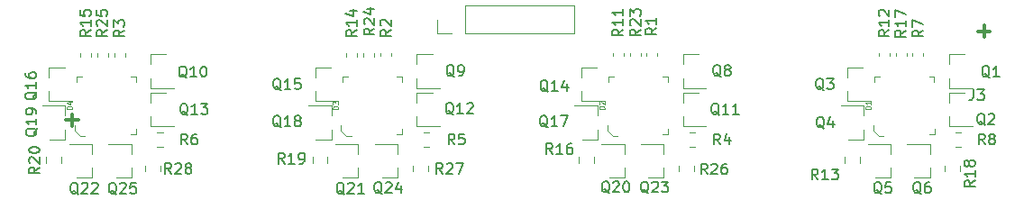
<source format=gbr>
G04 #@! TF.GenerationSoftware,KiCad,Pcbnew,(5.1.2)-2*
G04 #@! TF.CreationDate,2020-02-18T23:36:01-05:00*
G04 #@! TF.ProjectId,_autosave-AddressableLED,5f617574-6f73-4617-9665-2d4164647265,rev?*
G04 #@! TF.SameCoordinates,Original*
G04 #@! TF.FileFunction,Legend,Top*
G04 #@! TF.FilePolarity,Positive*
%FSLAX46Y46*%
G04 Gerber Fmt 4.6, Leading zero omitted, Abs format (unit mm)*
G04 Created by KiCad (PCBNEW (5.1.2)-2) date 2020-02-18 23:36:01*
%MOMM*%
%LPD*%
G04 APERTURE LIST*
%ADD10C,0.300000*%
%ADD11C,0.120000*%
%ADD12C,0.150000*%
%ADD13C,0.100000*%
G04 APERTURE END LIST*
D10*
X98717171Y-111359142D02*
X99860028Y-111359142D01*
X99288600Y-111930571D02*
X99288600Y-110787714D01*
X184378571Y-103007142D02*
X185521428Y-103007142D01*
X184950000Y-103578571D02*
X184950000Y-102435714D01*
D11*
X175080000Y-112820000D02*
X175520000Y-112820000D01*
X174580000Y-112320000D02*
X174580000Y-111880000D01*
X174580000Y-112320000D02*
X175080000Y-112820000D01*
X180300000Y-112700000D02*
X179800000Y-112700000D01*
X180300000Y-112700000D02*
X180300000Y-112200000D01*
X180290000Y-107290000D02*
X180290000Y-107790000D01*
X180290000Y-107290000D02*
X179790000Y-107290000D01*
X174700000Y-107300000D02*
X175200000Y-107300000D01*
X174700000Y-107300000D02*
X174700000Y-107800000D01*
X150080000Y-112820000D02*
X150520000Y-112820000D01*
X149580000Y-112320000D02*
X149580000Y-111880000D01*
X149580000Y-112320000D02*
X150080000Y-112820000D01*
X155300000Y-112700000D02*
X154800000Y-112700000D01*
X155300000Y-112700000D02*
X155300000Y-112200000D01*
X155290000Y-107290000D02*
X155290000Y-107790000D01*
X155290000Y-107290000D02*
X154790000Y-107290000D01*
X149700000Y-107300000D02*
X150200000Y-107300000D01*
X149700000Y-107300000D02*
X149700000Y-107800000D01*
X125080000Y-112820000D02*
X125520000Y-112820000D01*
X124580000Y-112320000D02*
X124580000Y-111880000D01*
X124580000Y-112320000D02*
X125080000Y-112820000D01*
X130300000Y-112700000D02*
X129800000Y-112700000D01*
X130300000Y-112700000D02*
X130300000Y-112200000D01*
X130290000Y-107290000D02*
X130290000Y-107790000D01*
X130290000Y-107290000D02*
X129790000Y-107290000D01*
X124700000Y-107300000D02*
X125200000Y-107300000D01*
X124700000Y-107300000D02*
X124700000Y-107800000D01*
X100080000Y-112820000D02*
X100520000Y-112820000D01*
X99580000Y-112320000D02*
X99580000Y-111880000D01*
X99580000Y-112320000D02*
X100080000Y-112820000D01*
X105300000Y-112700000D02*
X104800000Y-112700000D01*
X105300000Y-112700000D02*
X105300000Y-112200000D01*
X105290000Y-107290000D02*
X105290000Y-107790000D01*
X105290000Y-107290000D02*
X104790000Y-107290000D01*
X99700000Y-107300000D02*
X100200000Y-107300000D01*
X99700000Y-107300000D02*
X99700000Y-107800000D01*
X133620000Y-103230000D02*
X133620000Y-101900000D01*
X134950000Y-103230000D02*
X133620000Y-103230000D01*
X136220000Y-103230000D02*
X136220000Y-100570000D01*
X136220000Y-100570000D02*
X146440000Y-100570000D01*
X136220000Y-103230000D02*
X146440000Y-103230000D01*
X146440000Y-103230000D02*
X146440000Y-100570000D01*
X172140000Y-106420000D02*
X173600000Y-106420000D01*
X172140000Y-109580000D02*
X174300000Y-109580000D01*
X172140000Y-109580000D02*
X172140000Y-108650000D01*
X172140000Y-106420000D02*
X172140000Y-107350000D01*
X182710000Y-116158578D02*
X182710000Y-115641422D01*
X181290000Y-116158578D02*
X181290000Y-115641422D01*
X176679100Y-105037221D02*
X176679100Y-105362779D01*
X177699100Y-105037221D02*
X177699100Y-105362779D01*
X171890000Y-114841422D02*
X171890000Y-115358578D01*
X173310000Y-114841422D02*
X173310000Y-115358578D01*
X175066200Y-105037221D02*
X175066200Y-105362779D01*
X176086200Y-105037221D02*
X176086200Y-105362779D01*
X182817178Y-112490000D02*
X182300022Y-112490000D01*
X182817178Y-113910000D02*
X182300022Y-113910000D01*
X178253900Y-105037221D02*
X178253900Y-105362779D01*
X179273900Y-105037221D02*
X179273900Y-105362779D01*
X179882800Y-116764500D02*
X178422800Y-116764500D01*
X179882800Y-113604500D02*
X177722800Y-113604500D01*
X179882800Y-113604500D02*
X179882800Y-114534500D01*
X179882800Y-116764500D02*
X179882800Y-115834500D01*
X176187100Y-116764500D02*
X174727100Y-116764500D01*
X176187100Y-113604500D02*
X174027100Y-113604500D01*
X176187100Y-113604500D02*
X176187100Y-114534500D01*
X176187100Y-116764500D02*
X176187100Y-115834500D01*
X173660000Y-113180000D02*
X172200000Y-113180000D01*
X173660000Y-110020000D02*
X171500000Y-110020000D01*
X173660000Y-110020000D02*
X173660000Y-110950000D01*
X173660000Y-113180000D02*
X173660000Y-112250000D01*
X181688600Y-108772000D02*
X183148600Y-108772000D01*
X181688600Y-111932000D02*
X183848600Y-111932000D01*
X181688600Y-111932000D02*
X181688600Y-111002000D01*
X181688600Y-108772000D02*
X181688600Y-109702000D01*
X181688600Y-105190600D02*
X183148600Y-105190600D01*
X181688600Y-108350600D02*
X183848600Y-108350600D01*
X181688600Y-108350600D02*
X181688600Y-107420600D01*
X181688600Y-105190600D02*
X181688600Y-106120600D01*
X107610000Y-116158578D02*
X107610000Y-115641422D01*
X106190000Y-116158578D02*
X106190000Y-115641422D01*
X132710000Y-116158578D02*
X132710000Y-115641422D01*
X131290000Y-116158578D02*
X131290000Y-115641422D01*
X157710000Y-116158578D02*
X157710000Y-115641422D01*
X156290000Y-116158578D02*
X156290000Y-115641422D01*
X101679100Y-105044021D02*
X101679100Y-105369579D01*
X102699100Y-105044021D02*
X102699100Y-105369579D01*
X126679100Y-105044021D02*
X126679100Y-105369579D01*
X127699100Y-105044021D02*
X127699100Y-105369579D01*
X151679100Y-105037221D02*
X151679100Y-105362779D01*
X152699100Y-105037221D02*
X152699100Y-105362779D01*
X96890000Y-114841422D02*
X96890000Y-115358578D01*
X98310000Y-114841422D02*
X98310000Y-115358578D01*
X121890000Y-114841422D02*
X121890000Y-115358578D01*
X123310000Y-114841422D02*
X123310000Y-115358578D01*
X146890000Y-114841422D02*
X146890000Y-115358578D01*
X148310000Y-114841422D02*
X148310000Y-115358578D01*
X100066200Y-105044021D02*
X100066200Y-105369579D01*
X101086200Y-105044021D02*
X101086200Y-105369579D01*
X125066200Y-105044021D02*
X125066200Y-105369579D01*
X126086200Y-105044021D02*
X126086200Y-105369579D01*
X150066200Y-105037221D02*
X150066200Y-105362779D01*
X151086200Y-105037221D02*
X151086200Y-105362779D01*
X107817178Y-112490000D02*
X107300022Y-112490000D01*
X107817178Y-113910000D02*
X107300022Y-113910000D01*
X132817178Y-112490000D02*
X132300022Y-112490000D01*
X132817178Y-113910000D02*
X132300022Y-113910000D01*
X157817178Y-112490000D02*
X157300022Y-112490000D01*
X157817178Y-113910000D02*
X157300022Y-113910000D01*
X103253900Y-105044021D02*
X103253900Y-105369579D01*
X104273900Y-105044021D02*
X104273900Y-105369579D01*
X128253900Y-105037221D02*
X128253900Y-105362779D01*
X129273900Y-105037221D02*
X129273900Y-105362779D01*
X153253900Y-105037221D02*
X153253900Y-105362779D01*
X154273900Y-105037221D02*
X154273900Y-105362779D01*
X104882800Y-116764500D02*
X103422800Y-116764500D01*
X104882800Y-113604500D02*
X102722800Y-113604500D01*
X104882800Y-113604500D02*
X104882800Y-114534500D01*
X104882800Y-116764500D02*
X104882800Y-115834500D01*
X129882800Y-116764500D02*
X128422800Y-116764500D01*
X129882800Y-113604500D02*
X127722800Y-113604500D01*
X129882800Y-113604500D02*
X129882800Y-114534500D01*
X129882800Y-116764500D02*
X129882800Y-115834500D01*
X154882800Y-116764500D02*
X153422800Y-116764500D01*
X154882800Y-113604500D02*
X152722800Y-113604500D01*
X154882800Y-113604500D02*
X154882800Y-114534500D01*
X154882800Y-116764500D02*
X154882800Y-115834500D01*
X101187100Y-116764500D02*
X99727100Y-116764500D01*
X101187100Y-113604500D02*
X99027100Y-113604500D01*
X101187100Y-113604500D02*
X101187100Y-114534500D01*
X101187100Y-116764500D02*
X101187100Y-115834500D01*
X126187100Y-116764500D02*
X124727100Y-116764500D01*
X126187100Y-113604500D02*
X124027100Y-113604500D01*
X126187100Y-113604500D02*
X126187100Y-114534500D01*
X126187100Y-116764500D02*
X126187100Y-115834500D01*
X151187100Y-116764500D02*
X149727100Y-116764500D01*
X151187100Y-113604500D02*
X149027100Y-113604500D01*
X151187100Y-113604500D02*
X151187100Y-114534500D01*
X151187100Y-116764500D02*
X151187100Y-115834500D01*
X98660000Y-113180000D02*
X97200000Y-113180000D01*
X98660000Y-110020000D02*
X96500000Y-110020000D01*
X98660000Y-110020000D02*
X98660000Y-110950000D01*
X98660000Y-113180000D02*
X98660000Y-112250000D01*
X123660000Y-113180000D02*
X122200000Y-113180000D01*
X123660000Y-110020000D02*
X121500000Y-110020000D01*
X123660000Y-110020000D02*
X123660000Y-110950000D01*
X123660000Y-113180000D02*
X123660000Y-112250000D01*
X148660000Y-113180000D02*
X147200000Y-113180000D01*
X148660000Y-110020000D02*
X146500000Y-110020000D01*
X148660000Y-110020000D02*
X148660000Y-110950000D01*
X148660000Y-113180000D02*
X148660000Y-112250000D01*
X97140000Y-106420000D02*
X98600000Y-106420000D01*
X97140000Y-109580000D02*
X99300000Y-109580000D01*
X97140000Y-109580000D02*
X97140000Y-108650000D01*
X97140000Y-106420000D02*
X97140000Y-107350000D01*
X122140000Y-106420000D02*
X123600000Y-106420000D01*
X122140000Y-109580000D02*
X124300000Y-109580000D01*
X122140000Y-109580000D02*
X122140000Y-108650000D01*
X122140000Y-106420000D02*
X122140000Y-107350000D01*
X147140000Y-106420000D02*
X148600000Y-106420000D01*
X147140000Y-109580000D02*
X149300000Y-109580000D01*
X147140000Y-109580000D02*
X147140000Y-108650000D01*
X147140000Y-106420000D02*
X147140000Y-107350000D01*
X106688600Y-108772000D02*
X108148600Y-108772000D01*
X106688600Y-111932000D02*
X108848600Y-111932000D01*
X106688600Y-111932000D02*
X106688600Y-111002000D01*
X106688600Y-108772000D02*
X106688600Y-109702000D01*
X131688600Y-108772000D02*
X133148600Y-108772000D01*
X131688600Y-111932000D02*
X133848600Y-111932000D01*
X131688600Y-111932000D02*
X131688600Y-111002000D01*
X131688600Y-108772000D02*
X131688600Y-109702000D01*
X156688600Y-108772000D02*
X158148600Y-108772000D01*
X156688600Y-111932000D02*
X158848600Y-111932000D01*
X156688600Y-111932000D02*
X156688600Y-111002000D01*
X156688600Y-108772000D02*
X156688600Y-109702000D01*
X106688600Y-105190600D02*
X108148600Y-105190600D01*
X106688600Y-108350600D02*
X108848600Y-108350600D01*
X106688600Y-108350600D02*
X106688600Y-107420600D01*
X106688600Y-105190600D02*
X106688600Y-106120600D01*
X131688600Y-105190600D02*
X133148600Y-105190600D01*
X131688600Y-108350600D02*
X133848600Y-108350600D01*
X131688600Y-108350600D02*
X131688600Y-107420600D01*
X131688600Y-105190600D02*
X131688600Y-106120600D01*
X156688600Y-105190600D02*
X158148600Y-105190600D01*
X156688600Y-108350600D02*
X158848600Y-108350600D01*
X156688600Y-108350600D02*
X156688600Y-107420600D01*
X156688600Y-105190600D02*
X156688600Y-106120600D01*
D12*
X183966666Y-108482380D02*
X183966666Y-109196666D01*
X183919047Y-109339523D01*
X183823809Y-109434761D01*
X183680952Y-109482380D01*
X183585714Y-109482380D01*
X184347619Y-108482380D02*
X184966666Y-108482380D01*
X184633333Y-108863333D01*
X184776190Y-108863333D01*
X184871428Y-108910952D01*
X184919047Y-108958571D01*
X184966666Y-109053809D01*
X184966666Y-109291904D01*
X184919047Y-109387142D01*
X184871428Y-109434761D01*
X184776190Y-109482380D01*
X184490476Y-109482380D01*
X184395238Y-109434761D01*
X184347619Y-109387142D01*
D13*
X174306190Y-110339047D02*
X173806190Y-110339047D01*
X173806190Y-110220000D01*
X173830000Y-110148571D01*
X173877619Y-110100952D01*
X173925238Y-110077142D01*
X174020476Y-110053333D01*
X174091904Y-110053333D01*
X174187142Y-110077142D01*
X174234761Y-110100952D01*
X174282380Y-110148571D01*
X174306190Y-110220000D01*
X174306190Y-110339047D01*
X174306190Y-109577142D02*
X174306190Y-109862857D01*
X174306190Y-109720000D02*
X173806190Y-109720000D01*
X173877619Y-109767619D01*
X173925238Y-109815238D01*
X173949047Y-109862857D01*
X149306190Y-110339047D02*
X148806190Y-110339047D01*
X148806190Y-110220000D01*
X148830000Y-110148571D01*
X148877619Y-110100952D01*
X148925238Y-110077142D01*
X149020476Y-110053333D01*
X149091904Y-110053333D01*
X149187142Y-110077142D01*
X149234761Y-110100952D01*
X149282380Y-110148571D01*
X149306190Y-110220000D01*
X149306190Y-110339047D01*
X148853809Y-109862857D02*
X148830000Y-109839047D01*
X148806190Y-109791428D01*
X148806190Y-109672380D01*
X148830000Y-109624761D01*
X148853809Y-109600952D01*
X148901428Y-109577142D01*
X148949047Y-109577142D01*
X149020476Y-109600952D01*
X149306190Y-109886666D01*
X149306190Y-109577142D01*
X124306190Y-110339047D02*
X123806190Y-110339047D01*
X123806190Y-110220000D01*
X123830000Y-110148571D01*
X123877619Y-110100952D01*
X123925238Y-110077142D01*
X124020476Y-110053333D01*
X124091904Y-110053333D01*
X124187142Y-110077142D01*
X124234761Y-110100952D01*
X124282380Y-110148571D01*
X124306190Y-110220000D01*
X124306190Y-110339047D01*
X123806190Y-109886666D02*
X123806190Y-109577142D01*
X123996666Y-109743809D01*
X123996666Y-109672380D01*
X124020476Y-109624761D01*
X124044285Y-109600952D01*
X124091904Y-109577142D01*
X124210952Y-109577142D01*
X124258571Y-109600952D01*
X124282380Y-109624761D01*
X124306190Y-109672380D01*
X124306190Y-109815238D01*
X124282380Y-109862857D01*
X124258571Y-109886666D01*
X99306190Y-110339047D02*
X98806190Y-110339047D01*
X98806190Y-110220000D01*
X98830000Y-110148571D01*
X98877619Y-110100952D01*
X98925238Y-110077142D01*
X99020476Y-110053333D01*
X99091904Y-110053333D01*
X99187142Y-110077142D01*
X99234761Y-110100952D01*
X99282380Y-110148571D01*
X99306190Y-110220000D01*
X99306190Y-110339047D01*
X98972857Y-109624761D02*
X99306190Y-109624761D01*
X98782380Y-109743809D02*
X99139523Y-109862857D01*
X99139523Y-109553333D01*
D12*
X169904761Y-108547619D02*
X169809523Y-108500000D01*
X169714285Y-108404761D01*
X169571428Y-108261904D01*
X169476190Y-108214285D01*
X169380952Y-108214285D01*
X169428571Y-108452380D02*
X169333333Y-108404761D01*
X169238095Y-108309523D01*
X169190476Y-108119047D01*
X169190476Y-107785714D01*
X169238095Y-107595238D01*
X169333333Y-107500000D01*
X169428571Y-107452380D01*
X169619047Y-107452380D01*
X169714285Y-107500000D01*
X169809523Y-107595238D01*
X169857142Y-107785714D01*
X169857142Y-108119047D01*
X169809523Y-108309523D01*
X169714285Y-108404761D01*
X169619047Y-108452380D01*
X169428571Y-108452380D01*
X170190476Y-107452380D02*
X170809523Y-107452380D01*
X170476190Y-107833333D01*
X170619047Y-107833333D01*
X170714285Y-107880952D01*
X170761904Y-107928571D01*
X170809523Y-108023809D01*
X170809523Y-108261904D01*
X170761904Y-108357142D01*
X170714285Y-108404761D01*
X170619047Y-108452380D01*
X170333333Y-108452380D01*
X170238095Y-108404761D01*
X170190476Y-108357142D01*
X184102380Y-117042857D02*
X183626190Y-117376190D01*
X184102380Y-117614285D02*
X183102380Y-117614285D01*
X183102380Y-117233333D01*
X183150000Y-117138095D01*
X183197619Y-117090476D01*
X183292857Y-117042857D01*
X183435714Y-117042857D01*
X183530952Y-117090476D01*
X183578571Y-117138095D01*
X183626190Y-117233333D01*
X183626190Y-117614285D01*
X184102380Y-116090476D02*
X184102380Y-116661904D01*
X184102380Y-116376190D02*
X183102380Y-116376190D01*
X183245238Y-116471428D01*
X183340476Y-116566666D01*
X183388095Y-116661904D01*
X183530952Y-115519047D02*
X183483333Y-115614285D01*
X183435714Y-115661904D01*
X183340476Y-115709523D01*
X183292857Y-115709523D01*
X183197619Y-115661904D01*
X183150000Y-115614285D01*
X183102380Y-115519047D01*
X183102380Y-115328571D01*
X183150000Y-115233333D01*
X183197619Y-115185714D01*
X183292857Y-115138095D01*
X183340476Y-115138095D01*
X183435714Y-115185714D01*
X183483333Y-115233333D01*
X183530952Y-115328571D01*
X183530952Y-115519047D01*
X183578571Y-115614285D01*
X183626190Y-115661904D01*
X183721428Y-115709523D01*
X183911904Y-115709523D01*
X184007142Y-115661904D01*
X184054761Y-115614285D01*
X184102380Y-115519047D01*
X184102380Y-115328571D01*
X184054761Y-115233333D01*
X184007142Y-115185714D01*
X183911904Y-115138095D01*
X183721428Y-115138095D01*
X183626190Y-115185714D01*
X183578571Y-115233333D01*
X183530952Y-115328571D01*
X177602380Y-102942857D02*
X177126190Y-103276190D01*
X177602380Y-103514285D02*
X176602380Y-103514285D01*
X176602380Y-103133333D01*
X176650000Y-103038095D01*
X176697619Y-102990476D01*
X176792857Y-102942857D01*
X176935714Y-102942857D01*
X177030952Y-102990476D01*
X177078571Y-103038095D01*
X177126190Y-103133333D01*
X177126190Y-103514285D01*
X177602380Y-101990476D02*
X177602380Y-102561904D01*
X177602380Y-102276190D02*
X176602380Y-102276190D01*
X176745238Y-102371428D01*
X176840476Y-102466666D01*
X176888095Y-102561904D01*
X176602380Y-101657142D02*
X176602380Y-100990476D01*
X177602380Y-101419047D01*
X169357142Y-116952380D02*
X169023809Y-116476190D01*
X168785714Y-116952380D02*
X168785714Y-115952380D01*
X169166666Y-115952380D01*
X169261904Y-116000000D01*
X169309523Y-116047619D01*
X169357142Y-116142857D01*
X169357142Y-116285714D01*
X169309523Y-116380952D01*
X169261904Y-116428571D01*
X169166666Y-116476190D01*
X168785714Y-116476190D01*
X170309523Y-116952380D02*
X169738095Y-116952380D01*
X170023809Y-116952380D02*
X170023809Y-115952380D01*
X169928571Y-116095238D01*
X169833333Y-116190476D01*
X169738095Y-116238095D01*
X170642857Y-115952380D02*
X171261904Y-115952380D01*
X170928571Y-116333333D01*
X171071428Y-116333333D01*
X171166666Y-116380952D01*
X171214285Y-116428571D01*
X171261904Y-116523809D01*
X171261904Y-116761904D01*
X171214285Y-116857142D01*
X171166666Y-116904761D01*
X171071428Y-116952380D01*
X170785714Y-116952380D01*
X170690476Y-116904761D01*
X170642857Y-116857142D01*
X176052380Y-102892857D02*
X175576190Y-103226190D01*
X176052380Y-103464285D02*
X175052380Y-103464285D01*
X175052380Y-103083333D01*
X175100000Y-102988095D01*
X175147619Y-102940476D01*
X175242857Y-102892857D01*
X175385714Y-102892857D01*
X175480952Y-102940476D01*
X175528571Y-102988095D01*
X175576190Y-103083333D01*
X175576190Y-103464285D01*
X176052380Y-101940476D02*
X176052380Y-102511904D01*
X176052380Y-102226190D02*
X175052380Y-102226190D01*
X175195238Y-102321428D01*
X175290476Y-102416666D01*
X175338095Y-102511904D01*
X175147619Y-101559523D02*
X175100000Y-101511904D01*
X175052380Y-101416666D01*
X175052380Y-101178571D01*
X175100000Y-101083333D01*
X175147619Y-101035714D01*
X175242857Y-100988095D01*
X175338095Y-100988095D01*
X175480952Y-101035714D01*
X176052380Y-101607142D01*
X176052380Y-100988095D01*
X185033333Y-113652380D02*
X184700000Y-113176190D01*
X184461904Y-113652380D02*
X184461904Y-112652380D01*
X184842857Y-112652380D01*
X184938095Y-112700000D01*
X184985714Y-112747619D01*
X185033333Y-112842857D01*
X185033333Y-112985714D01*
X184985714Y-113080952D01*
X184938095Y-113128571D01*
X184842857Y-113176190D01*
X184461904Y-113176190D01*
X185604761Y-113080952D02*
X185509523Y-113033333D01*
X185461904Y-112985714D01*
X185414285Y-112890476D01*
X185414285Y-112842857D01*
X185461904Y-112747619D01*
X185509523Y-112700000D01*
X185604761Y-112652380D01*
X185795238Y-112652380D01*
X185890476Y-112700000D01*
X185938095Y-112747619D01*
X185985714Y-112842857D01*
X185985714Y-112890476D01*
X185938095Y-112985714D01*
X185890476Y-113033333D01*
X185795238Y-113080952D01*
X185604761Y-113080952D01*
X185509523Y-113128571D01*
X185461904Y-113176190D01*
X185414285Y-113271428D01*
X185414285Y-113461904D01*
X185461904Y-113557142D01*
X185509523Y-113604761D01*
X185604761Y-113652380D01*
X185795238Y-113652380D01*
X185890476Y-113604761D01*
X185938095Y-113557142D01*
X185985714Y-113461904D01*
X185985714Y-113271428D01*
X185938095Y-113176190D01*
X185890476Y-113128571D01*
X185795238Y-113080952D01*
X179252380Y-102916666D02*
X178776190Y-103250000D01*
X179252380Y-103488095D02*
X178252380Y-103488095D01*
X178252380Y-103107142D01*
X178300000Y-103011904D01*
X178347619Y-102964285D01*
X178442857Y-102916666D01*
X178585714Y-102916666D01*
X178680952Y-102964285D01*
X178728571Y-103011904D01*
X178776190Y-103107142D01*
X178776190Y-103488095D01*
X178252380Y-102583333D02*
X178252380Y-101916666D01*
X179252380Y-102345238D01*
X179054761Y-118297619D02*
X178959523Y-118250000D01*
X178864285Y-118154761D01*
X178721428Y-118011904D01*
X178626190Y-117964285D01*
X178530952Y-117964285D01*
X178578571Y-118202380D02*
X178483333Y-118154761D01*
X178388095Y-118059523D01*
X178340476Y-117869047D01*
X178340476Y-117535714D01*
X178388095Y-117345238D01*
X178483333Y-117250000D01*
X178578571Y-117202380D01*
X178769047Y-117202380D01*
X178864285Y-117250000D01*
X178959523Y-117345238D01*
X179007142Y-117535714D01*
X179007142Y-117869047D01*
X178959523Y-118059523D01*
X178864285Y-118154761D01*
X178769047Y-118202380D01*
X178578571Y-118202380D01*
X179864285Y-117202380D02*
X179673809Y-117202380D01*
X179578571Y-117250000D01*
X179530952Y-117297619D01*
X179435714Y-117440476D01*
X179388095Y-117630952D01*
X179388095Y-118011904D01*
X179435714Y-118107142D01*
X179483333Y-118154761D01*
X179578571Y-118202380D01*
X179769047Y-118202380D01*
X179864285Y-118154761D01*
X179911904Y-118107142D01*
X179959523Y-118011904D01*
X179959523Y-117773809D01*
X179911904Y-117678571D01*
X179864285Y-117630952D01*
X179769047Y-117583333D01*
X179578571Y-117583333D01*
X179483333Y-117630952D01*
X179435714Y-117678571D01*
X179388095Y-117773809D01*
X175354761Y-118297619D02*
X175259523Y-118250000D01*
X175164285Y-118154761D01*
X175021428Y-118011904D01*
X174926190Y-117964285D01*
X174830952Y-117964285D01*
X174878571Y-118202380D02*
X174783333Y-118154761D01*
X174688095Y-118059523D01*
X174640476Y-117869047D01*
X174640476Y-117535714D01*
X174688095Y-117345238D01*
X174783333Y-117250000D01*
X174878571Y-117202380D01*
X175069047Y-117202380D01*
X175164285Y-117250000D01*
X175259523Y-117345238D01*
X175307142Y-117535714D01*
X175307142Y-117869047D01*
X175259523Y-118059523D01*
X175164285Y-118154761D01*
X175069047Y-118202380D01*
X174878571Y-118202380D01*
X176211904Y-117202380D02*
X175735714Y-117202380D01*
X175688095Y-117678571D01*
X175735714Y-117630952D01*
X175830952Y-117583333D01*
X176069047Y-117583333D01*
X176164285Y-117630952D01*
X176211904Y-117678571D01*
X176259523Y-117773809D01*
X176259523Y-118011904D01*
X176211904Y-118107142D01*
X176164285Y-118154761D01*
X176069047Y-118202380D01*
X175830952Y-118202380D01*
X175735714Y-118154761D01*
X175688095Y-118107142D01*
X169954761Y-112147619D02*
X169859523Y-112100000D01*
X169764285Y-112004761D01*
X169621428Y-111861904D01*
X169526190Y-111814285D01*
X169430952Y-111814285D01*
X169478571Y-112052380D02*
X169383333Y-112004761D01*
X169288095Y-111909523D01*
X169240476Y-111719047D01*
X169240476Y-111385714D01*
X169288095Y-111195238D01*
X169383333Y-111100000D01*
X169478571Y-111052380D01*
X169669047Y-111052380D01*
X169764285Y-111100000D01*
X169859523Y-111195238D01*
X169907142Y-111385714D01*
X169907142Y-111719047D01*
X169859523Y-111909523D01*
X169764285Y-112004761D01*
X169669047Y-112052380D01*
X169478571Y-112052380D01*
X170764285Y-111385714D02*
X170764285Y-112052380D01*
X170526190Y-111004761D02*
X170288095Y-111719047D01*
X170907142Y-111719047D01*
X185054761Y-111847619D02*
X184959523Y-111800000D01*
X184864285Y-111704761D01*
X184721428Y-111561904D01*
X184626190Y-111514285D01*
X184530952Y-111514285D01*
X184578571Y-111752380D02*
X184483333Y-111704761D01*
X184388095Y-111609523D01*
X184340476Y-111419047D01*
X184340476Y-111085714D01*
X184388095Y-110895238D01*
X184483333Y-110800000D01*
X184578571Y-110752380D01*
X184769047Y-110752380D01*
X184864285Y-110800000D01*
X184959523Y-110895238D01*
X185007142Y-111085714D01*
X185007142Y-111419047D01*
X184959523Y-111609523D01*
X184864285Y-111704761D01*
X184769047Y-111752380D01*
X184578571Y-111752380D01*
X185388095Y-110847619D02*
X185435714Y-110800000D01*
X185530952Y-110752380D01*
X185769047Y-110752380D01*
X185864285Y-110800000D01*
X185911904Y-110847619D01*
X185959523Y-110942857D01*
X185959523Y-111038095D01*
X185911904Y-111180952D01*
X185340476Y-111752380D01*
X185959523Y-111752380D01*
X185502961Y-107381719D02*
X185407723Y-107334100D01*
X185312485Y-107238861D01*
X185169628Y-107096004D01*
X185074390Y-107048385D01*
X184979152Y-107048385D01*
X185026771Y-107286480D02*
X184931533Y-107238861D01*
X184836295Y-107143623D01*
X184788676Y-106953147D01*
X184788676Y-106619814D01*
X184836295Y-106429338D01*
X184931533Y-106334100D01*
X185026771Y-106286480D01*
X185217247Y-106286480D01*
X185312485Y-106334100D01*
X185407723Y-106429338D01*
X185455342Y-106619814D01*
X185455342Y-106953147D01*
X185407723Y-107143623D01*
X185312485Y-107238861D01*
X185217247Y-107286480D01*
X185026771Y-107286480D01*
X186407723Y-107286480D02*
X185836295Y-107286480D01*
X186122009Y-107286480D02*
X186122009Y-106286480D01*
X186026771Y-106429338D01*
X185931533Y-106524576D01*
X185836295Y-106572195D01*
X108607142Y-116402380D02*
X108273809Y-115926190D01*
X108035714Y-116402380D02*
X108035714Y-115402380D01*
X108416666Y-115402380D01*
X108511904Y-115450000D01*
X108559523Y-115497619D01*
X108607142Y-115592857D01*
X108607142Y-115735714D01*
X108559523Y-115830952D01*
X108511904Y-115878571D01*
X108416666Y-115926190D01*
X108035714Y-115926190D01*
X108988095Y-115497619D02*
X109035714Y-115450000D01*
X109130952Y-115402380D01*
X109369047Y-115402380D01*
X109464285Y-115450000D01*
X109511904Y-115497619D01*
X109559523Y-115592857D01*
X109559523Y-115688095D01*
X109511904Y-115830952D01*
X108940476Y-116402380D01*
X109559523Y-116402380D01*
X110130952Y-115830952D02*
X110035714Y-115783333D01*
X109988095Y-115735714D01*
X109940476Y-115640476D01*
X109940476Y-115592857D01*
X109988095Y-115497619D01*
X110035714Y-115450000D01*
X110130952Y-115402380D01*
X110321428Y-115402380D01*
X110416666Y-115450000D01*
X110464285Y-115497619D01*
X110511904Y-115592857D01*
X110511904Y-115640476D01*
X110464285Y-115735714D01*
X110416666Y-115783333D01*
X110321428Y-115830952D01*
X110130952Y-115830952D01*
X110035714Y-115878571D01*
X109988095Y-115926190D01*
X109940476Y-116021428D01*
X109940476Y-116211904D01*
X109988095Y-116307142D01*
X110035714Y-116354761D01*
X110130952Y-116402380D01*
X110321428Y-116402380D01*
X110416666Y-116354761D01*
X110464285Y-116307142D01*
X110511904Y-116211904D01*
X110511904Y-116021428D01*
X110464285Y-115926190D01*
X110416666Y-115878571D01*
X110321428Y-115830952D01*
X134107142Y-116402380D02*
X133773809Y-115926190D01*
X133535714Y-116402380D02*
X133535714Y-115402380D01*
X133916666Y-115402380D01*
X134011904Y-115450000D01*
X134059523Y-115497619D01*
X134107142Y-115592857D01*
X134107142Y-115735714D01*
X134059523Y-115830952D01*
X134011904Y-115878571D01*
X133916666Y-115926190D01*
X133535714Y-115926190D01*
X134488095Y-115497619D02*
X134535714Y-115450000D01*
X134630952Y-115402380D01*
X134869047Y-115402380D01*
X134964285Y-115450000D01*
X135011904Y-115497619D01*
X135059523Y-115592857D01*
X135059523Y-115688095D01*
X135011904Y-115830952D01*
X134440476Y-116402380D01*
X135059523Y-116402380D01*
X135392857Y-115402380D02*
X136059523Y-115402380D01*
X135630952Y-116402380D01*
X158957142Y-116452380D02*
X158623809Y-115976190D01*
X158385714Y-116452380D02*
X158385714Y-115452380D01*
X158766666Y-115452380D01*
X158861904Y-115500000D01*
X158909523Y-115547619D01*
X158957142Y-115642857D01*
X158957142Y-115785714D01*
X158909523Y-115880952D01*
X158861904Y-115928571D01*
X158766666Y-115976190D01*
X158385714Y-115976190D01*
X159338095Y-115547619D02*
X159385714Y-115500000D01*
X159480952Y-115452380D01*
X159719047Y-115452380D01*
X159814285Y-115500000D01*
X159861904Y-115547619D01*
X159909523Y-115642857D01*
X159909523Y-115738095D01*
X159861904Y-115880952D01*
X159290476Y-116452380D01*
X159909523Y-116452380D01*
X160766666Y-115452380D02*
X160576190Y-115452380D01*
X160480952Y-115500000D01*
X160433333Y-115547619D01*
X160338095Y-115690476D01*
X160290476Y-115880952D01*
X160290476Y-116261904D01*
X160338095Y-116357142D01*
X160385714Y-116404761D01*
X160480952Y-116452380D01*
X160671428Y-116452380D01*
X160766666Y-116404761D01*
X160814285Y-116357142D01*
X160861904Y-116261904D01*
X160861904Y-116023809D01*
X160814285Y-115928571D01*
X160766666Y-115880952D01*
X160671428Y-115833333D01*
X160480952Y-115833333D01*
X160385714Y-115880952D01*
X160338095Y-115928571D01*
X160290476Y-116023809D01*
X102602380Y-102892857D02*
X102126190Y-103226190D01*
X102602380Y-103464285D02*
X101602380Y-103464285D01*
X101602380Y-103083333D01*
X101650000Y-102988095D01*
X101697619Y-102940476D01*
X101792857Y-102892857D01*
X101935714Y-102892857D01*
X102030952Y-102940476D01*
X102078571Y-102988095D01*
X102126190Y-103083333D01*
X102126190Y-103464285D01*
X101697619Y-102511904D02*
X101650000Y-102464285D01*
X101602380Y-102369047D01*
X101602380Y-102130952D01*
X101650000Y-102035714D01*
X101697619Y-101988095D01*
X101792857Y-101940476D01*
X101888095Y-101940476D01*
X102030952Y-101988095D01*
X102602380Y-102559523D01*
X102602380Y-101940476D01*
X101602380Y-101035714D02*
X101602380Y-101511904D01*
X102078571Y-101559523D01*
X102030952Y-101511904D01*
X101983333Y-101416666D01*
X101983333Y-101178571D01*
X102030952Y-101083333D01*
X102078571Y-101035714D01*
X102173809Y-100988095D01*
X102411904Y-100988095D01*
X102507142Y-101035714D01*
X102554761Y-101083333D01*
X102602380Y-101178571D01*
X102602380Y-101416666D01*
X102554761Y-101511904D01*
X102507142Y-101559523D01*
X127702380Y-102742857D02*
X127226190Y-103076190D01*
X127702380Y-103314285D02*
X126702380Y-103314285D01*
X126702380Y-102933333D01*
X126750000Y-102838095D01*
X126797619Y-102790476D01*
X126892857Y-102742857D01*
X127035714Y-102742857D01*
X127130952Y-102790476D01*
X127178571Y-102838095D01*
X127226190Y-102933333D01*
X127226190Y-103314285D01*
X126797619Y-102361904D02*
X126750000Y-102314285D01*
X126702380Y-102219047D01*
X126702380Y-101980952D01*
X126750000Y-101885714D01*
X126797619Y-101838095D01*
X126892857Y-101790476D01*
X126988095Y-101790476D01*
X127130952Y-101838095D01*
X127702380Y-102409523D01*
X127702380Y-101790476D01*
X127035714Y-100933333D02*
X127702380Y-100933333D01*
X126654761Y-101171428D02*
X127369047Y-101409523D01*
X127369047Y-100790476D01*
X152702380Y-102842857D02*
X152226190Y-103176190D01*
X152702380Y-103414285D02*
X151702380Y-103414285D01*
X151702380Y-103033333D01*
X151750000Y-102938095D01*
X151797619Y-102890476D01*
X151892857Y-102842857D01*
X152035714Y-102842857D01*
X152130952Y-102890476D01*
X152178571Y-102938095D01*
X152226190Y-103033333D01*
X152226190Y-103414285D01*
X151797619Y-102461904D02*
X151750000Y-102414285D01*
X151702380Y-102319047D01*
X151702380Y-102080952D01*
X151750000Y-101985714D01*
X151797619Y-101938095D01*
X151892857Y-101890476D01*
X151988095Y-101890476D01*
X152130952Y-101938095D01*
X152702380Y-102509523D01*
X152702380Y-101890476D01*
X151702380Y-101557142D02*
X151702380Y-100938095D01*
X152083333Y-101271428D01*
X152083333Y-101128571D01*
X152130952Y-101033333D01*
X152178571Y-100985714D01*
X152273809Y-100938095D01*
X152511904Y-100938095D01*
X152607142Y-100985714D01*
X152654761Y-101033333D01*
X152702380Y-101128571D01*
X152702380Y-101414285D01*
X152654761Y-101509523D01*
X152607142Y-101557142D01*
X96252380Y-115792857D02*
X95776190Y-116126190D01*
X96252380Y-116364285D02*
X95252380Y-116364285D01*
X95252380Y-115983333D01*
X95300000Y-115888095D01*
X95347619Y-115840476D01*
X95442857Y-115792857D01*
X95585714Y-115792857D01*
X95680952Y-115840476D01*
X95728571Y-115888095D01*
X95776190Y-115983333D01*
X95776190Y-116364285D01*
X95347619Y-115411904D02*
X95300000Y-115364285D01*
X95252380Y-115269047D01*
X95252380Y-115030952D01*
X95300000Y-114935714D01*
X95347619Y-114888095D01*
X95442857Y-114840476D01*
X95538095Y-114840476D01*
X95680952Y-114888095D01*
X96252380Y-115459523D01*
X96252380Y-114840476D01*
X95252380Y-114221428D02*
X95252380Y-114126190D01*
X95300000Y-114030952D01*
X95347619Y-113983333D01*
X95442857Y-113935714D01*
X95633333Y-113888095D01*
X95871428Y-113888095D01*
X96061904Y-113935714D01*
X96157142Y-113983333D01*
X96204761Y-114030952D01*
X96252380Y-114126190D01*
X96252380Y-114221428D01*
X96204761Y-114316666D01*
X96157142Y-114364285D01*
X96061904Y-114411904D01*
X95871428Y-114459523D01*
X95633333Y-114459523D01*
X95442857Y-114411904D01*
X95347619Y-114364285D01*
X95300000Y-114316666D01*
X95252380Y-114221428D01*
X119257142Y-115452380D02*
X118923809Y-114976190D01*
X118685714Y-115452380D02*
X118685714Y-114452380D01*
X119066666Y-114452380D01*
X119161904Y-114500000D01*
X119209523Y-114547619D01*
X119257142Y-114642857D01*
X119257142Y-114785714D01*
X119209523Y-114880952D01*
X119161904Y-114928571D01*
X119066666Y-114976190D01*
X118685714Y-114976190D01*
X120209523Y-115452380D02*
X119638095Y-115452380D01*
X119923809Y-115452380D02*
X119923809Y-114452380D01*
X119828571Y-114595238D01*
X119733333Y-114690476D01*
X119638095Y-114738095D01*
X120685714Y-115452380D02*
X120876190Y-115452380D01*
X120971428Y-115404761D01*
X121019047Y-115357142D01*
X121114285Y-115214285D01*
X121161904Y-115023809D01*
X121161904Y-114642857D01*
X121114285Y-114547619D01*
X121066666Y-114500000D01*
X120971428Y-114452380D01*
X120780952Y-114452380D01*
X120685714Y-114500000D01*
X120638095Y-114547619D01*
X120590476Y-114642857D01*
X120590476Y-114880952D01*
X120638095Y-114976190D01*
X120685714Y-115023809D01*
X120780952Y-115071428D01*
X120971428Y-115071428D01*
X121066666Y-115023809D01*
X121114285Y-114976190D01*
X121161904Y-114880952D01*
X144429842Y-114561780D02*
X144096509Y-114085590D01*
X143858414Y-114561780D02*
X143858414Y-113561780D01*
X144239366Y-113561780D01*
X144334604Y-113609400D01*
X144382223Y-113657019D01*
X144429842Y-113752257D01*
X144429842Y-113895114D01*
X144382223Y-113990352D01*
X144334604Y-114037971D01*
X144239366Y-114085590D01*
X143858414Y-114085590D01*
X145382223Y-114561780D02*
X144810795Y-114561780D01*
X145096509Y-114561780D02*
X145096509Y-113561780D01*
X145001271Y-113704638D01*
X144906033Y-113799876D01*
X144810795Y-113847495D01*
X146239366Y-113561780D02*
X146048890Y-113561780D01*
X145953652Y-113609400D01*
X145906033Y-113657019D01*
X145810795Y-113799876D01*
X145763176Y-113990352D01*
X145763176Y-114371304D01*
X145810795Y-114466542D01*
X145858414Y-114514161D01*
X145953652Y-114561780D01*
X146144128Y-114561780D01*
X146239366Y-114514161D01*
X146286985Y-114466542D01*
X146334604Y-114371304D01*
X146334604Y-114133209D01*
X146286985Y-114037971D01*
X146239366Y-113990352D01*
X146144128Y-113942733D01*
X145953652Y-113942733D01*
X145858414Y-113990352D01*
X145810795Y-114037971D01*
X145763176Y-114133209D01*
X101052380Y-102892857D02*
X100576190Y-103226190D01*
X101052380Y-103464285D02*
X100052380Y-103464285D01*
X100052380Y-103083333D01*
X100100000Y-102988095D01*
X100147619Y-102940476D01*
X100242857Y-102892857D01*
X100385714Y-102892857D01*
X100480952Y-102940476D01*
X100528571Y-102988095D01*
X100576190Y-103083333D01*
X100576190Y-103464285D01*
X101052380Y-101940476D02*
X101052380Y-102511904D01*
X101052380Y-102226190D02*
X100052380Y-102226190D01*
X100195238Y-102321428D01*
X100290476Y-102416666D01*
X100338095Y-102511904D01*
X100052380Y-101035714D02*
X100052380Y-101511904D01*
X100528571Y-101559523D01*
X100480952Y-101511904D01*
X100433333Y-101416666D01*
X100433333Y-101178571D01*
X100480952Y-101083333D01*
X100528571Y-101035714D01*
X100623809Y-100988095D01*
X100861904Y-100988095D01*
X100957142Y-101035714D01*
X101004761Y-101083333D01*
X101052380Y-101178571D01*
X101052380Y-101416666D01*
X101004761Y-101511904D01*
X100957142Y-101559523D01*
X126028580Y-102892857D02*
X125552390Y-103226190D01*
X126028580Y-103464285D02*
X125028580Y-103464285D01*
X125028580Y-103083333D01*
X125076200Y-102988095D01*
X125123819Y-102940476D01*
X125219057Y-102892857D01*
X125361914Y-102892857D01*
X125457152Y-102940476D01*
X125504771Y-102988095D01*
X125552390Y-103083333D01*
X125552390Y-103464285D01*
X126028580Y-101940476D02*
X126028580Y-102511904D01*
X126028580Y-102226190D02*
X125028580Y-102226190D01*
X125171438Y-102321428D01*
X125266676Y-102416666D01*
X125314295Y-102511904D01*
X125361914Y-101083333D02*
X126028580Y-101083333D01*
X124980961Y-101321428D02*
X125695247Y-101559523D01*
X125695247Y-100940476D01*
X151052380Y-102842857D02*
X150576190Y-103176190D01*
X151052380Y-103414285D02*
X150052380Y-103414285D01*
X150052380Y-103033333D01*
X150100000Y-102938095D01*
X150147619Y-102890476D01*
X150242857Y-102842857D01*
X150385714Y-102842857D01*
X150480952Y-102890476D01*
X150528571Y-102938095D01*
X150576190Y-103033333D01*
X150576190Y-103414285D01*
X151052380Y-101890476D02*
X151052380Y-102461904D01*
X151052380Y-102176190D02*
X150052380Y-102176190D01*
X150195238Y-102271428D01*
X150290476Y-102366666D01*
X150338095Y-102461904D01*
X151052380Y-100938095D02*
X151052380Y-101509523D01*
X151052380Y-101223809D02*
X150052380Y-101223809D01*
X150195238Y-101319047D01*
X150290476Y-101414285D01*
X150338095Y-101509523D01*
X110133333Y-113652380D02*
X109800000Y-113176190D01*
X109561904Y-113652380D02*
X109561904Y-112652380D01*
X109942857Y-112652380D01*
X110038095Y-112700000D01*
X110085714Y-112747619D01*
X110133333Y-112842857D01*
X110133333Y-112985714D01*
X110085714Y-113080952D01*
X110038095Y-113128571D01*
X109942857Y-113176190D01*
X109561904Y-113176190D01*
X110990476Y-112652380D02*
X110800000Y-112652380D01*
X110704761Y-112700000D01*
X110657142Y-112747619D01*
X110561904Y-112890476D01*
X110514285Y-113080952D01*
X110514285Y-113461904D01*
X110561904Y-113557142D01*
X110609523Y-113604761D01*
X110704761Y-113652380D01*
X110895238Y-113652380D01*
X110990476Y-113604761D01*
X111038095Y-113557142D01*
X111085714Y-113461904D01*
X111085714Y-113223809D01*
X111038095Y-113128571D01*
X110990476Y-113080952D01*
X110895238Y-113033333D01*
X110704761Y-113033333D01*
X110609523Y-113080952D01*
X110561904Y-113128571D01*
X110514285Y-113223809D01*
X135233333Y-113652380D02*
X134900000Y-113176190D01*
X134661904Y-113652380D02*
X134661904Y-112652380D01*
X135042857Y-112652380D01*
X135138095Y-112700000D01*
X135185714Y-112747619D01*
X135233333Y-112842857D01*
X135233333Y-112985714D01*
X135185714Y-113080952D01*
X135138095Y-113128571D01*
X135042857Y-113176190D01*
X134661904Y-113176190D01*
X136138095Y-112652380D02*
X135661904Y-112652380D01*
X135614285Y-113128571D01*
X135661904Y-113080952D01*
X135757142Y-113033333D01*
X135995238Y-113033333D01*
X136090476Y-113080952D01*
X136138095Y-113128571D01*
X136185714Y-113223809D01*
X136185714Y-113461904D01*
X136138095Y-113557142D01*
X136090476Y-113604761D01*
X135995238Y-113652380D01*
X135757142Y-113652380D01*
X135661904Y-113604761D01*
X135614285Y-113557142D01*
X160183333Y-113652380D02*
X159850000Y-113176190D01*
X159611904Y-113652380D02*
X159611904Y-112652380D01*
X159992857Y-112652380D01*
X160088095Y-112700000D01*
X160135714Y-112747619D01*
X160183333Y-112842857D01*
X160183333Y-112985714D01*
X160135714Y-113080952D01*
X160088095Y-113128571D01*
X159992857Y-113176190D01*
X159611904Y-113176190D01*
X161040476Y-112985714D02*
X161040476Y-113652380D01*
X160802380Y-112604761D02*
X160564285Y-113319047D01*
X161183333Y-113319047D01*
X104202380Y-102916666D02*
X103726190Y-103250000D01*
X104202380Y-103488095D02*
X103202380Y-103488095D01*
X103202380Y-103107142D01*
X103250000Y-103011904D01*
X103297619Y-102964285D01*
X103392857Y-102916666D01*
X103535714Y-102916666D01*
X103630952Y-102964285D01*
X103678571Y-103011904D01*
X103726190Y-103107142D01*
X103726190Y-103488095D01*
X103202380Y-102583333D02*
X103202380Y-101964285D01*
X103583333Y-102297619D01*
X103583333Y-102154761D01*
X103630952Y-102059523D01*
X103678571Y-102011904D01*
X103773809Y-101964285D01*
X104011904Y-101964285D01*
X104107142Y-102011904D01*
X104154761Y-102059523D01*
X104202380Y-102154761D01*
X104202380Y-102440476D01*
X104154761Y-102535714D01*
X104107142Y-102583333D01*
X129252380Y-102866666D02*
X128776190Y-103200000D01*
X129252380Y-103438095D02*
X128252380Y-103438095D01*
X128252380Y-103057142D01*
X128300000Y-102961904D01*
X128347619Y-102914285D01*
X128442857Y-102866666D01*
X128585714Y-102866666D01*
X128680952Y-102914285D01*
X128728571Y-102961904D01*
X128776190Y-103057142D01*
X128776190Y-103438095D01*
X128347619Y-102485714D02*
X128300000Y-102438095D01*
X128252380Y-102342857D01*
X128252380Y-102104761D01*
X128300000Y-102009523D01*
X128347619Y-101961904D01*
X128442857Y-101914285D01*
X128538095Y-101914285D01*
X128680952Y-101961904D01*
X129252380Y-102533333D01*
X129252380Y-101914285D01*
X154190880Y-102716666D02*
X153714690Y-103050000D01*
X154190880Y-103288095D02*
X153190880Y-103288095D01*
X153190880Y-102907142D01*
X153238500Y-102811904D01*
X153286119Y-102764285D01*
X153381357Y-102716666D01*
X153524214Y-102716666D01*
X153619452Y-102764285D01*
X153667071Y-102811904D01*
X153714690Y-102907142D01*
X153714690Y-103288095D01*
X154190880Y-101764285D02*
X154190880Y-102335714D01*
X154190880Y-102050000D02*
X153190880Y-102050000D01*
X153333738Y-102145238D01*
X153428976Y-102240476D01*
X153476595Y-102335714D01*
X103478571Y-118347619D02*
X103383333Y-118300000D01*
X103288095Y-118204761D01*
X103145238Y-118061904D01*
X103050000Y-118014285D01*
X102954761Y-118014285D01*
X103002380Y-118252380D02*
X102907142Y-118204761D01*
X102811904Y-118109523D01*
X102764285Y-117919047D01*
X102764285Y-117585714D01*
X102811904Y-117395238D01*
X102907142Y-117300000D01*
X103002380Y-117252380D01*
X103192857Y-117252380D01*
X103288095Y-117300000D01*
X103383333Y-117395238D01*
X103430952Y-117585714D01*
X103430952Y-117919047D01*
X103383333Y-118109523D01*
X103288095Y-118204761D01*
X103192857Y-118252380D01*
X103002380Y-118252380D01*
X103811904Y-117347619D02*
X103859523Y-117300000D01*
X103954761Y-117252380D01*
X104192857Y-117252380D01*
X104288095Y-117300000D01*
X104335714Y-117347619D01*
X104383333Y-117442857D01*
X104383333Y-117538095D01*
X104335714Y-117680952D01*
X103764285Y-118252380D01*
X104383333Y-118252380D01*
X105288095Y-117252380D02*
X104811904Y-117252380D01*
X104764285Y-117728571D01*
X104811904Y-117680952D01*
X104907142Y-117633333D01*
X105145238Y-117633333D01*
X105240476Y-117680952D01*
X105288095Y-117728571D01*
X105335714Y-117823809D01*
X105335714Y-118061904D01*
X105288095Y-118157142D01*
X105240476Y-118204761D01*
X105145238Y-118252380D01*
X104907142Y-118252380D01*
X104811904Y-118204761D01*
X104764285Y-118157142D01*
X128424371Y-118297519D02*
X128329133Y-118249900D01*
X128233895Y-118154661D01*
X128091038Y-118011804D01*
X127995800Y-117964185D01*
X127900561Y-117964185D01*
X127948180Y-118202280D02*
X127852942Y-118154661D01*
X127757704Y-118059423D01*
X127710085Y-117868947D01*
X127710085Y-117535614D01*
X127757704Y-117345138D01*
X127852942Y-117249900D01*
X127948180Y-117202280D01*
X128138657Y-117202280D01*
X128233895Y-117249900D01*
X128329133Y-117345138D01*
X128376752Y-117535614D01*
X128376752Y-117868947D01*
X128329133Y-118059423D01*
X128233895Y-118154661D01*
X128138657Y-118202280D01*
X127948180Y-118202280D01*
X128757704Y-117297519D02*
X128805323Y-117249900D01*
X128900561Y-117202280D01*
X129138657Y-117202280D01*
X129233895Y-117249900D01*
X129281514Y-117297519D01*
X129329133Y-117392757D01*
X129329133Y-117487995D01*
X129281514Y-117630852D01*
X128710085Y-118202280D01*
X129329133Y-118202280D01*
X130186276Y-117535614D02*
X130186276Y-118202280D01*
X129948180Y-117154661D02*
X129710085Y-117868947D01*
X130329133Y-117868947D01*
X153449771Y-118234019D02*
X153354533Y-118186400D01*
X153259295Y-118091161D01*
X153116438Y-117948304D01*
X153021200Y-117900685D01*
X152925961Y-117900685D01*
X152973580Y-118138780D02*
X152878342Y-118091161D01*
X152783104Y-117995923D01*
X152735485Y-117805447D01*
X152735485Y-117472114D01*
X152783104Y-117281638D01*
X152878342Y-117186400D01*
X152973580Y-117138780D01*
X153164057Y-117138780D01*
X153259295Y-117186400D01*
X153354533Y-117281638D01*
X153402152Y-117472114D01*
X153402152Y-117805447D01*
X153354533Y-117995923D01*
X153259295Y-118091161D01*
X153164057Y-118138780D01*
X152973580Y-118138780D01*
X153783104Y-117234019D02*
X153830723Y-117186400D01*
X153925961Y-117138780D01*
X154164057Y-117138780D01*
X154259295Y-117186400D01*
X154306914Y-117234019D01*
X154354533Y-117329257D01*
X154354533Y-117424495D01*
X154306914Y-117567352D01*
X153735485Y-118138780D01*
X154354533Y-118138780D01*
X154687866Y-117138780D02*
X155306914Y-117138780D01*
X154973580Y-117519733D01*
X155116438Y-117519733D01*
X155211676Y-117567352D01*
X155259295Y-117614971D01*
X155306914Y-117710209D01*
X155306914Y-117948304D01*
X155259295Y-118043542D01*
X155211676Y-118091161D01*
X155116438Y-118138780D01*
X154830723Y-118138780D01*
X154735485Y-118091161D01*
X154687866Y-118043542D01*
X99878571Y-118347619D02*
X99783333Y-118300000D01*
X99688095Y-118204761D01*
X99545238Y-118061904D01*
X99450000Y-118014285D01*
X99354761Y-118014285D01*
X99402380Y-118252380D02*
X99307142Y-118204761D01*
X99211904Y-118109523D01*
X99164285Y-117919047D01*
X99164285Y-117585714D01*
X99211904Y-117395238D01*
X99307142Y-117300000D01*
X99402380Y-117252380D01*
X99592857Y-117252380D01*
X99688095Y-117300000D01*
X99783333Y-117395238D01*
X99830952Y-117585714D01*
X99830952Y-117919047D01*
X99783333Y-118109523D01*
X99688095Y-118204761D01*
X99592857Y-118252380D01*
X99402380Y-118252380D01*
X100211904Y-117347619D02*
X100259523Y-117300000D01*
X100354761Y-117252380D01*
X100592857Y-117252380D01*
X100688095Y-117300000D01*
X100735714Y-117347619D01*
X100783333Y-117442857D01*
X100783333Y-117538095D01*
X100735714Y-117680952D01*
X100164285Y-118252380D01*
X100783333Y-118252380D01*
X101164285Y-117347619D02*
X101211904Y-117300000D01*
X101307142Y-117252380D01*
X101545238Y-117252380D01*
X101640476Y-117300000D01*
X101688095Y-117347619D01*
X101735714Y-117442857D01*
X101735714Y-117538095D01*
X101688095Y-117680952D01*
X101116666Y-118252380D01*
X101735714Y-118252380D01*
X124878571Y-118347619D02*
X124783333Y-118300000D01*
X124688095Y-118204761D01*
X124545238Y-118061904D01*
X124450000Y-118014285D01*
X124354761Y-118014285D01*
X124402380Y-118252380D02*
X124307142Y-118204761D01*
X124211904Y-118109523D01*
X124164285Y-117919047D01*
X124164285Y-117585714D01*
X124211904Y-117395238D01*
X124307142Y-117300000D01*
X124402380Y-117252380D01*
X124592857Y-117252380D01*
X124688095Y-117300000D01*
X124783333Y-117395238D01*
X124830952Y-117585714D01*
X124830952Y-117919047D01*
X124783333Y-118109523D01*
X124688095Y-118204761D01*
X124592857Y-118252380D01*
X124402380Y-118252380D01*
X125211904Y-117347619D02*
X125259523Y-117300000D01*
X125354761Y-117252380D01*
X125592857Y-117252380D01*
X125688095Y-117300000D01*
X125735714Y-117347619D01*
X125783333Y-117442857D01*
X125783333Y-117538095D01*
X125735714Y-117680952D01*
X125164285Y-118252380D01*
X125783333Y-118252380D01*
X126735714Y-118252380D02*
X126164285Y-118252380D01*
X126450000Y-118252380D02*
X126450000Y-117252380D01*
X126354761Y-117395238D01*
X126259523Y-117490476D01*
X126164285Y-117538095D01*
X149795471Y-118223819D02*
X149700233Y-118176200D01*
X149604995Y-118080961D01*
X149462138Y-117938104D01*
X149366900Y-117890485D01*
X149271661Y-117890485D01*
X149319280Y-118128580D02*
X149224042Y-118080961D01*
X149128804Y-117985723D01*
X149081185Y-117795247D01*
X149081185Y-117461914D01*
X149128804Y-117271438D01*
X149224042Y-117176200D01*
X149319280Y-117128580D01*
X149509757Y-117128580D01*
X149604995Y-117176200D01*
X149700233Y-117271438D01*
X149747852Y-117461914D01*
X149747852Y-117795247D01*
X149700233Y-117985723D01*
X149604995Y-118080961D01*
X149509757Y-118128580D01*
X149319280Y-118128580D01*
X150128804Y-117223819D02*
X150176423Y-117176200D01*
X150271661Y-117128580D01*
X150509757Y-117128580D01*
X150604995Y-117176200D01*
X150652614Y-117223819D01*
X150700233Y-117319057D01*
X150700233Y-117414295D01*
X150652614Y-117557152D01*
X150081185Y-118128580D01*
X150700233Y-118128580D01*
X151319280Y-117128580D02*
X151414519Y-117128580D01*
X151509757Y-117176200D01*
X151557376Y-117223819D01*
X151604995Y-117319057D01*
X151652614Y-117509533D01*
X151652614Y-117747628D01*
X151604995Y-117938104D01*
X151557376Y-118033342D01*
X151509757Y-118080961D01*
X151414519Y-118128580D01*
X151319280Y-118128580D01*
X151224042Y-118080961D01*
X151176423Y-118033342D01*
X151128804Y-117938104D01*
X151081185Y-117747628D01*
X151081185Y-117509533D01*
X151128804Y-117319057D01*
X151176423Y-117223819D01*
X151224042Y-117176200D01*
X151319280Y-117128580D01*
X96047619Y-112121428D02*
X96000000Y-112216666D01*
X95904761Y-112311904D01*
X95761904Y-112454761D01*
X95714285Y-112550000D01*
X95714285Y-112645238D01*
X95952380Y-112597619D02*
X95904761Y-112692857D01*
X95809523Y-112788095D01*
X95619047Y-112835714D01*
X95285714Y-112835714D01*
X95095238Y-112788095D01*
X95000000Y-112692857D01*
X94952380Y-112597619D01*
X94952380Y-112407142D01*
X95000000Y-112311904D01*
X95095238Y-112216666D01*
X95285714Y-112169047D01*
X95619047Y-112169047D01*
X95809523Y-112216666D01*
X95904761Y-112311904D01*
X95952380Y-112407142D01*
X95952380Y-112597619D01*
X95952380Y-111216666D02*
X95952380Y-111788095D01*
X95952380Y-111502380D02*
X94952380Y-111502380D01*
X95095238Y-111597619D01*
X95190476Y-111692857D01*
X95238095Y-111788095D01*
X95952380Y-110740476D02*
X95952380Y-110550000D01*
X95904761Y-110454761D01*
X95857142Y-110407142D01*
X95714285Y-110311904D01*
X95523809Y-110264285D01*
X95142857Y-110264285D01*
X95047619Y-110311904D01*
X95000000Y-110359523D01*
X94952380Y-110454761D01*
X94952380Y-110645238D01*
X95000000Y-110740476D01*
X95047619Y-110788095D01*
X95142857Y-110835714D01*
X95380952Y-110835714D01*
X95476190Y-110788095D01*
X95523809Y-110740476D01*
X95571428Y-110645238D01*
X95571428Y-110454761D01*
X95523809Y-110359523D01*
X95476190Y-110311904D01*
X95380952Y-110264285D01*
X118928571Y-112047619D02*
X118833333Y-112000000D01*
X118738095Y-111904761D01*
X118595238Y-111761904D01*
X118500000Y-111714285D01*
X118404761Y-111714285D01*
X118452380Y-111952380D02*
X118357142Y-111904761D01*
X118261904Y-111809523D01*
X118214285Y-111619047D01*
X118214285Y-111285714D01*
X118261904Y-111095238D01*
X118357142Y-111000000D01*
X118452380Y-110952380D01*
X118642857Y-110952380D01*
X118738095Y-111000000D01*
X118833333Y-111095238D01*
X118880952Y-111285714D01*
X118880952Y-111619047D01*
X118833333Y-111809523D01*
X118738095Y-111904761D01*
X118642857Y-111952380D01*
X118452380Y-111952380D01*
X119833333Y-111952380D02*
X119261904Y-111952380D01*
X119547619Y-111952380D02*
X119547619Y-110952380D01*
X119452380Y-111095238D01*
X119357142Y-111190476D01*
X119261904Y-111238095D01*
X120404761Y-111380952D02*
X120309523Y-111333333D01*
X120261904Y-111285714D01*
X120214285Y-111190476D01*
X120214285Y-111142857D01*
X120261904Y-111047619D01*
X120309523Y-111000000D01*
X120404761Y-110952380D01*
X120595238Y-110952380D01*
X120690476Y-111000000D01*
X120738095Y-111047619D01*
X120785714Y-111142857D01*
X120785714Y-111190476D01*
X120738095Y-111285714D01*
X120690476Y-111333333D01*
X120595238Y-111380952D01*
X120404761Y-111380952D01*
X120309523Y-111428571D01*
X120261904Y-111476190D01*
X120214285Y-111571428D01*
X120214285Y-111761904D01*
X120261904Y-111857142D01*
X120309523Y-111904761D01*
X120404761Y-111952380D01*
X120595238Y-111952380D01*
X120690476Y-111904761D01*
X120738095Y-111857142D01*
X120785714Y-111761904D01*
X120785714Y-111571428D01*
X120738095Y-111476190D01*
X120690476Y-111428571D01*
X120595238Y-111380952D01*
X143978571Y-112047619D02*
X143883333Y-112000000D01*
X143788095Y-111904761D01*
X143645238Y-111761904D01*
X143550000Y-111714285D01*
X143454761Y-111714285D01*
X143502380Y-111952380D02*
X143407142Y-111904761D01*
X143311904Y-111809523D01*
X143264285Y-111619047D01*
X143264285Y-111285714D01*
X143311904Y-111095238D01*
X143407142Y-111000000D01*
X143502380Y-110952380D01*
X143692857Y-110952380D01*
X143788095Y-111000000D01*
X143883333Y-111095238D01*
X143930952Y-111285714D01*
X143930952Y-111619047D01*
X143883333Y-111809523D01*
X143788095Y-111904761D01*
X143692857Y-111952380D01*
X143502380Y-111952380D01*
X144883333Y-111952380D02*
X144311904Y-111952380D01*
X144597619Y-111952380D02*
X144597619Y-110952380D01*
X144502380Y-111095238D01*
X144407142Y-111190476D01*
X144311904Y-111238095D01*
X145216666Y-110952380D02*
X145883333Y-110952380D01*
X145454761Y-111952380D01*
X95996519Y-108711128D02*
X95948900Y-108806366D01*
X95853661Y-108901604D01*
X95710804Y-109044461D01*
X95663185Y-109139700D01*
X95663185Y-109234938D01*
X95901280Y-109187319D02*
X95853661Y-109282557D01*
X95758423Y-109377795D01*
X95567947Y-109425414D01*
X95234614Y-109425414D01*
X95044138Y-109377795D01*
X94948900Y-109282557D01*
X94901280Y-109187319D01*
X94901280Y-108996842D01*
X94948900Y-108901604D01*
X95044138Y-108806366D01*
X95234614Y-108758747D01*
X95567947Y-108758747D01*
X95758423Y-108806366D01*
X95853661Y-108901604D01*
X95901280Y-108996842D01*
X95901280Y-109187319D01*
X95901280Y-107806366D02*
X95901280Y-108377795D01*
X95901280Y-108092080D02*
X94901280Y-108092080D01*
X95044138Y-108187319D01*
X95139376Y-108282557D01*
X95186995Y-108377795D01*
X94901280Y-106949223D02*
X94901280Y-107139700D01*
X94948900Y-107234938D01*
X94996519Y-107282557D01*
X95139376Y-107377795D01*
X95329852Y-107425414D01*
X95710804Y-107425414D01*
X95806042Y-107377795D01*
X95853661Y-107330176D01*
X95901280Y-107234938D01*
X95901280Y-107044461D01*
X95853661Y-106949223D01*
X95806042Y-106901604D01*
X95710804Y-106853985D01*
X95472709Y-106853985D01*
X95377471Y-106901604D01*
X95329852Y-106949223D01*
X95282233Y-107044461D01*
X95282233Y-107234938D01*
X95329852Y-107330176D01*
X95377471Y-107377795D01*
X95472709Y-107425414D01*
X118928571Y-108547619D02*
X118833333Y-108500000D01*
X118738095Y-108404761D01*
X118595238Y-108261904D01*
X118500000Y-108214285D01*
X118404761Y-108214285D01*
X118452380Y-108452380D02*
X118357142Y-108404761D01*
X118261904Y-108309523D01*
X118214285Y-108119047D01*
X118214285Y-107785714D01*
X118261904Y-107595238D01*
X118357142Y-107500000D01*
X118452380Y-107452380D01*
X118642857Y-107452380D01*
X118738095Y-107500000D01*
X118833333Y-107595238D01*
X118880952Y-107785714D01*
X118880952Y-108119047D01*
X118833333Y-108309523D01*
X118738095Y-108404761D01*
X118642857Y-108452380D01*
X118452380Y-108452380D01*
X119833333Y-108452380D02*
X119261904Y-108452380D01*
X119547619Y-108452380D02*
X119547619Y-107452380D01*
X119452380Y-107595238D01*
X119357142Y-107690476D01*
X119261904Y-107738095D01*
X120738095Y-107452380D02*
X120261904Y-107452380D01*
X120214285Y-107928571D01*
X120261904Y-107880952D01*
X120357142Y-107833333D01*
X120595238Y-107833333D01*
X120690476Y-107880952D01*
X120738095Y-107928571D01*
X120785714Y-108023809D01*
X120785714Y-108261904D01*
X120738095Y-108357142D01*
X120690476Y-108404761D01*
X120595238Y-108452380D01*
X120357142Y-108452380D01*
X120261904Y-108404761D01*
X120214285Y-108357142D01*
X144013871Y-108712719D02*
X143918633Y-108665100D01*
X143823395Y-108569861D01*
X143680538Y-108427004D01*
X143585300Y-108379385D01*
X143490061Y-108379385D01*
X143537680Y-108617480D02*
X143442442Y-108569861D01*
X143347204Y-108474623D01*
X143299585Y-108284147D01*
X143299585Y-107950814D01*
X143347204Y-107760338D01*
X143442442Y-107665100D01*
X143537680Y-107617480D01*
X143728157Y-107617480D01*
X143823395Y-107665100D01*
X143918633Y-107760338D01*
X143966252Y-107950814D01*
X143966252Y-108284147D01*
X143918633Y-108474623D01*
X143823395Y-108569861D01*
X143728157Y-108617480D01*
X143537680Y-108617480D01*
X144918633Y-108617480D02*
X144347204Y-108617480D01*
X144632919Y-108617480D02*
X144632919Y-107617480D01*
X144537680Y-107760338D01*
X144442442Y-107855576D01*
X144347204Y-107903195D01*
X145775776Y-107950814D02*
X145775776Y-108617480D01*
X145537680Y-107569861D02*
X145299585Y-108284147D01*
X145918633Y-108284147D01*
X110178571Y-110897619D02*
X110083333Y-110850000D01*
X109988095Y-110754761D01*
X109845238Y-110611904D01*
X109750000Y-110564285D01*
X109654761Y-110564285D01*
X109702380Y-110802380D02*
X109607142Y-110754761D01*
X109511904Y-110659523D01*
X109464285Y-110469047D01*
X109464285Y-110135714D01*
X109511904Y-109945238D01*
X109607142Y-109850000D01*
X109702380Y-109802380D01*
X109892857Y-109802380D01*
X109988095Y-109850000D01*
X110083333Y-109945238D01*
X110130952Y-110135714D01*
X110130952Y-110469047D01*
X110083333Y-110659523D01*
X109988095Y-110754761D01*
X109892857Y-110802380D01*
X109702380Y-110802380D01*
X111083333Y-110802380D02*
X110511904Y-110802380D01*
X110797619Y-110802380D02*
X110797619Y-109802380D01*
X110702380Y-109945238D01*
X110607142Y-110040476D01*
X110511904Y-110088095D01*
X111416666Y-109802380D02*
X112035714Y-109802380D01*
X111702380Y-110183333D01*
X111845238Y-110183333D01*
X111940476Y-110230952D01*
X111988095Y-110278571D01*
X112035714Y-110373809D01*
X112035714Y-110611904D01*
X111988095Y-110707142D01*
X111940476Y-110754761D01*
X111845238Y-110802380D01*
X111559523Y-110802380D01*
X111464285Y-110754761D01*
X111416666Y-110707142D01*
X135128571Y-110847619D02*
X135033333Y-110800000D01*
X134938095Y-110704761D01*
X134795238Y-110561904D01*
X134700000Y-110514285D01*
X134604761Y-110514285D01*
X134652380Y-110752380D02*
X134557142Y-110704761D01*
X134461904Y-110609523D01*
X134414285Y-110419047D01*
X134414285Y-110085714D01*
X134461904Y-109895238D01*
X134557142Y-109800000D01*
X134652380Y-109752380D01*
X134842857Y-109752380D01*
X134938095Y-109800000D01*
X135033333Y-109895238D01*
X135080952Y-110085714D01*
X135080952Y-110419047D01*
X135033333Y-110609523D01*
X134938095Y-110704761D01*
X134842857Y-110752380D01*
X134652380Y-110752380D01*
X136033333Y-110752380D02*
X135461904Y-110752380D01*
X135747619Y-110752380D02*
X135747619Y-109752380D01*
X135652380Y-109895238D01*
X135557142Y-109990476D01*
X135461904Y-110038095D01*
X136414285Y-109847619D02*
X136461904Y-109800000D01*
X136557142Y-109752380D01*
X136795238Y-109752380D01*
X136890476Y-109800000D01*
X136938095Y-109847619D01*
X136985714Y-109942857D01*
X136985714Y-110038095D01*
X136938095Y-110180952D01*
X136366666Y-110752380D01*
X136985714Y-110752380D01*
X160078571Y-110897619D02*
X159983333Y-110850000D01*
X159888095Y-110754761D01*
X159745238Y-110611904D01*
X159650000Y-110564285D01*
X159554761Y-110564285D01*
X159602380Y-110802380D02*
X159507142Y-110754761D01*
X159411904Y-110659523D01*
X159364285Y-110469047D01*
X159364285Y-110135714D01*
X159411904Y-109945238D01*
X159507142Y-109850000D01*
X159602380Y-109802380D01*
X159792857Y-109802380D01*
X159888095Y-109850000D01*
X159983333Y-109945238D01*
X160030952Y-110135714D01*
X160030952Y-110469047D01*
X159983333Y-110659523D01*
X159888095Y-110754761D01*
X159792857Y-110802380D01*
X159602380Y-110802380D01*
X160983333Y-110802380D02*
X160411904Y-110802380D01*
X160697619Y-110802380D02*
X160697619Y-109802380D01*
X160602380Y-109945238D01*
X160507142Y-110040476D01*
X160411904Y-110088095D01*
X161935714Y-110802380D02*
X161364285Y-110802380D01*
X161650000Y-110802380D02*
X161650000Y-109802380D01*
X161554761Y-109945238D01*
X161459523Y-110040476D01*
X161364285Y-110088095D01*
X110078571Y-107397619D02*
X109983333Y-107350000D01*
X109888095Y-107254761D01*
X109745238Y-107111904D01*
X109650000Y-107064285D01*
X109554761Y-107064285D01*
X109602380Y-107302380D02*
X109507142Y-107254761D01*
X109411904Y-107159523D01*
X109364285Y-106969047D01*
X109364285Y-106635714D01*
X109411904Y-106445238D01*
X109507142Y-106350000D01*
X109602380Y-106302380D01*
X109792857Y-106302380D01*
X109888095Y-106350000D01*
X109983333Y-106445238D01*
X110030952Y-106635714D01*
X110030952Y-106969047D01*
X109983333Y-107159523D01*
X109888095Y-107254761D01*
X109792857Y-107302380D01*
X109602380Y-107302380D01*
X110983333Y-107302380D02*
X110411904Y-107302380D01*
X110697619Y-107302380D02*
X110697619Y-106302380D01*
X110602380Y-106445238D01*
X110507142Y-106540476D01*
X110411904Y-106588095D01*
X111602380Y-106302380D02*
X111697619Y-106302380D01*
X111792857Y-106350000D01*
X111840476Y-106397619D01*
X111888095Y-106492857D01*
X111935714Y-106683333D01*
X111935714Y-106921428D01*
X111888095Y-107111904D01*
X111840476Y-107207142D01*
X111792857Y-107254761D01*
X111697619Y-107302380D01*
X111602380Y-107302380D01*
X111507142Y-107254761D01*
X111459523Y-107207142D01*
X111411904Y-107111904D01*
X111364285Y-106921428D01*
X111364285Y-106683333D01*
X111411904Y-106492857D01*
X111459523Y-106397619D01*
X111507142Y-106350000D01*
X111602380Y-106302380D01*
X135204761Y-107297619D02*
X135109523Y-107250000D01*
X135014285Y-107154761D01*
X134871428Y-107011904D01*
X134776190Y-106964285D01*
X134680952Y-106964285D01*
X134728571Y-107202380D02*
X134633333Y-107154761D01*
X134538095Y-107059523D01*
X134490476Y-106869047D01*
X134490476Y-106535714D01*
X134538095Y-106345238D01*
X134633333Y-106250000D01*
X134728571Y-106202380D01*
X134919047Y-106202380D01*
X135014285Y-106250000D01*
X135109523Y-106345238D01*
X135157142Y-106535714D01*
X135157142Y-106869047D01*
X135109523Y-107059523D01*
X135014285Y-107154761D01*
X134919047Y-107202380D01*
X134728571Y-107202380D01*
X135633333Y-107202380D02*
X135823809Y-107202380D01*
X135919047Y-107154761D01*
X135966666Y-107107142D01*
X136061904Y-106964285D01*
X136109523Y-106773809D01*
X136109523Y-106392857D01*
X136061904Y-106297619D01*
X136014285Y-106250000D01*
X135919047Y-106202380D01*
X135728571Y-106202380D01*
X135633333Y-106250000D01*
X135585714Y-106297619D01*
X135538095Y-106392857D01*
X135538095Y-106630952D01*
X135585714Y-106726190D01*
X135633333Y-106773809D01*
X135728571Y-106821428D01*
X135919047Y-106821428D01*
X136014285Y-106773809D01*
X136061904Y-106726190D01*
X136109523Y-106630952D01*
X160254761Y-107297619D02*
X160159523Y-107250000D01*
X160064285Y-107154761D01*
X159921428Y-107011904D01*
X159826190Y-106964285D01*
X159730952Y-106964285D01*
X159778571Y-107202380D02*
X159683333Y-107154761D01*
X159588095Y-107059523D01*
X159540476Y-106869047D01*
X159540476Y-106535714D01*
X159588095Y-106345238D01*
X159683333Y-106250000D01*
X159778571Y-106202380D01*
X159969047Y-106202380D01*
X160064285Y-106250000D01*
X160159523Y-106345238D01*
X160207142Y-106535714D01*
X160207142Y-106869047D01*
X160159523Y-107059523D01*
X160064285Y-107154761D01*
X159969047Y-107202380D01*
X159778571Y-107202380D01*
X160778571Y-106630952D02*
X160683333Y-106583333D01*
X160635714Y-106535714D01*
X160588095Y-106440476D01*
X160588095Y-106392857D01*
X160635714Y-106297619D01*
X160683333Y-106250000D01*
X160778571Y-106202380D01*
X160969047Y-106202380D01*
X161064285Y-106250000D01*
X161111904Y-106297619D01*
X161159523Y-106392857D01*
X161159523Y-106440476D01*
X161111904Y-106535714D01*
X161064285Y-106583333D01*
X160969047Y-106630952D01*
X160778571Y-106630952D01*
X160683333Y-106678571D01*
X160635714Y-106726190D01*
X160588095Y-106821428D01*
X160588095Y-107011904D01*
X160635714Y-107107142D01*
X160683333Y-107154761D01*
X160778571Y-107202380D01*
X160969047Y-107202380D01*
X161064285Y-107154761D01*
X161111904Y-107107142D01*
X161159523Y-107011904D01*
X161159523Y-106821428D01*
X161111904Y-106726190D01*
X161064285Y-106678571D01*
X160969047Y-106630952D01*
M02*

</source>
